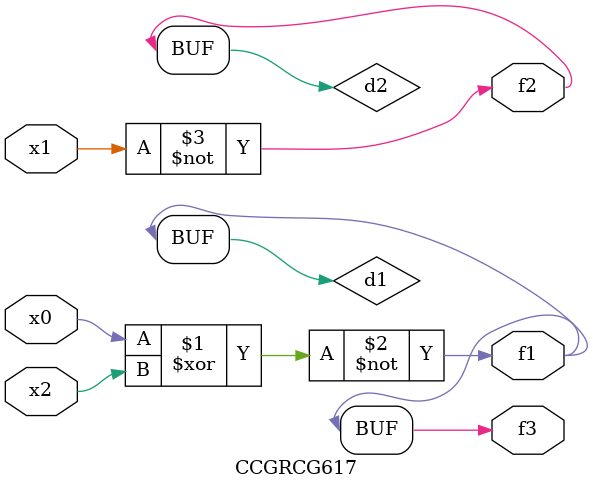
<source format=v>
module CCGRCG617(
	input x0, x1, x2,
	output f1, f2, f3
);

	wire d1, d2, d3;

	xnor (d1, x0, x2);
	nand (d2, x1);
	nor (d3, x1, x2);
	assign f1 = d1;
	assign f2 = d2;
	assign f3 = d1;
endmodule

</source>
